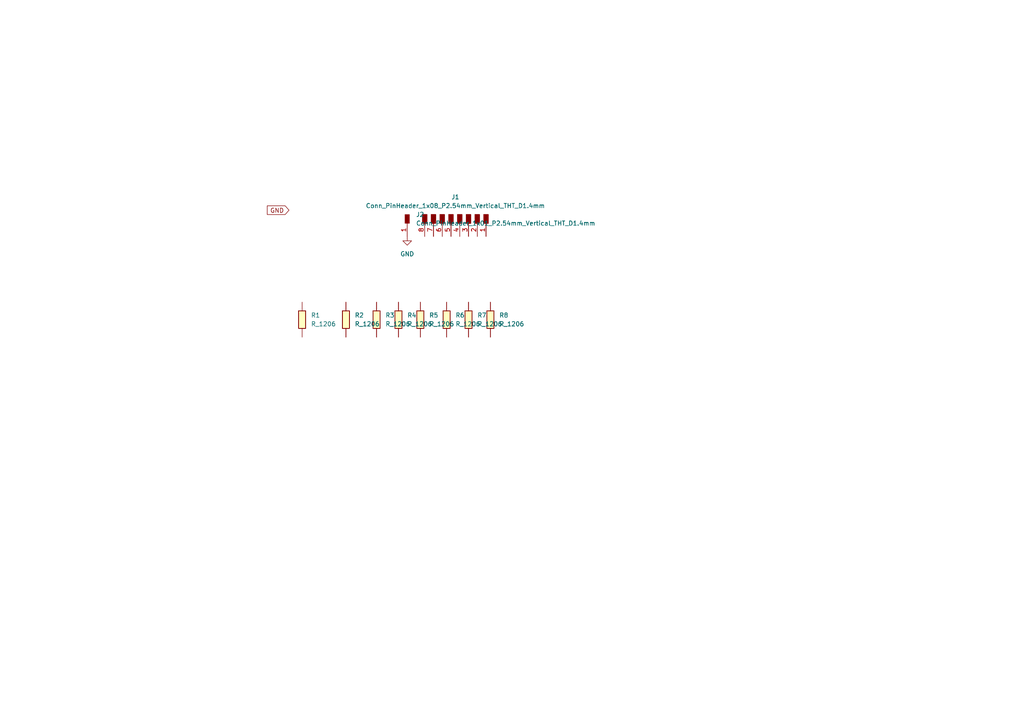
<source format=kicad_sch>
(kicad_sch (version 20231120) (generator "eeschema") (generator_version "8.0")
  (paper "A4")
  (lib_symbols
    (symbol "fab:Conn_PinHeader_1x01_P2.54mm_Vertical_THT_D1.4mm" (pin_names (offset 1.016) hide)
      (property "Reference" "J" (at 0 2.54 0))
      (property "Value" "Conn_PinHeader_1x01_P2.54mm_Vertical_THT_D1.4mm" (at 0 -2.54 0))
      (symbol "Conn_PinHeader_1x01_P2.54mm_Vertical_THT_D1.4mm_1_1"
        (rectangle (start -1.27 0.635) (end 1.27 -0.635) (stroke (width 0.1524)) (fill (type outline)))
        (pin passive line (at 5.08 0 180) (length 3.81) (name "Pin_1") (number "1"))
      )
    )
    (symbol "fab:Conn_PinHeader_1x08_P2.54mm_Vertical_THT_D1.4mm" (pin_names hide)
      (property "Reference" "J" (at 0 10.16 0))
      (property "Value" "Conn_PinHeader_1x08_P2.54mm_Vertical_THT_D1.4mm" (at 0 -12.7 0))
      (symbol "Conn_PinHeader_1x08_P2.54mm_Vertical_THT_D1.4mm_1_1"
        (rectangle (start -1.27 -9.525) (end 1.27 -10.795) (stroke (width 0.254)) (fill (type outline)))
        (rectangle (start -1.27 -6.985) (end 1.27 -8.255) (stroke (width 0.254)) (fill (type outline)))
        (rectangle (start -1.27 -4.445) (end 1.27 -5.715) (stroke (width 0.254)) (fill (type outline)))
        (rectangle (start -1.27 -1.905) (end 1.27 -3.175) (stroke (width 0.254)) (fill (type outline)))
        (rectangle (start -1.27 0.635) (end 1.27 -0.635) (stroke (width 0.254)) (fill (type outline)))
        (rectangle (start -1.27 3.175) (end 1.27 1.905) (stroke (width 0.254)) (fill (type outline)))
        (rectangle (start -1.27 5.715) (end 1.27 4.445) (stroke (width 0.254)) (fill (type outline)))
        (rectangle (start -1.27 8.255) (end 1.27 6.985) (stroke (width 0.254)) (fill (type outline)))
        (pin passive line (at 5.08 7.62 180) (length 3.81) (name "Pin_1") (number "1"))
        (pin passive line (at 5.08 5.08 180) (length 3.81) (name "Pin_2") (number "2"))
        (pin passive line (at 5.08 2.54 180) (length 3.81) (name "Pin_3") (number "3"))
        (pin passive line (at 5.08 0 180) (length 3.81) (name "Pin_4") (number "4"))
        (pin passive line (at 5.08 -2.54 180) (length 3.81) (name "Pin_5") (number "5"))
        (pin passive line (at 5.08 -5.08 180) (length 3.81) (name "Pin_6") (number "6"))
        (pin passive line (at 5.08 -7.62 180) (length 3.81) (name "Pin_7") (number "7"))
        (pin passive line (at 5.08 -10.16 180) (length 3.81) (name "Pin_8") (number "8"))
      )
    )
    (symbol "fab:R_1206" (pin_numbers hide) (pin_names (offset 0))
      (property "Reference" "R" (at 2.54 0 90))
      (property "Value" "R_1206" (at -2.54 0 90))
      (symbol "R_1206_0_1"
        (rectangle (start -1.016 -2.54) (end 1.016 2.54) (stroke (width 0.254)) (fill (type background)))
      )
      (symbol "R_1206_1_1"
        (pin passive line (at 0 5.08 270) (length 2.54) (name "~") (number "1"))
        (pin passive line (at 0 -5.08 90) (length 2.54) (name "~") (number "2"))
      )
    )
    (symbol "power:GND" (power) (pin_numbers hide) (pin_names (offset 0) hide)
      (property "Value" "GND" (at 0 -3.81 0))
      (symbol "GND_0_1"
        (polyline (pts (xy 0 0) (xy 0 -1.27) (xy 1.27 -1.27) (xy 0 -2.54) (xy -1.27 -1.27) (xy 0 -1.27)))
      )
      (symbol "GND_1_1"
        (pin power_in line (at 0 0 270) (length 0) (name "~") (number "1"))
      )
    )
  )
  (global_label "GND" (shape input) (at 83.82 60.96 180) (property "Intersheetrefs" "${INTERSHEET_REFS}" (effects (hide yes))))
  (symbol (lib_id "fab:R_1206") (at 109.22 92.71 0) (unit 1)
    (property "Reference" "R3" (at 111.76 91.4399 0) (effects (justify left)))
    (property "Value" "R_1206" (at 111.76 93.9799 0) (effects (justify left)))
    (property "Footprint" "fab:R_1206" (effects (hide yes)))
    (property "Description" "Resistor" (effects (hide yes)))
  )
  (symbol (lib_id "fab:R_1206") (at 115.57 92.71 0) (unit 1)
    (property "Reference" "R4" (at 118.11 91.4399 0) (effects (justify left)))
    (property "Value" "R_1206" (at 118.11 93.9799 0) (effects (justify left)))
    (property "Footprint" "fab:R_1206" (effects (hide yes)))
    (property "Description" "Resistor" (effects (hide yes)))
  )
  (symbol (lib_id "fab:Conn_PinHeader_1x01_P2.54mm_Vertical_THT_D1.4mm") (at 118.11 63.5 270) (unit 1)
    (property "Reference" "J2" (at 120.65 62.2299 90) (effects (justify left)))
    (property "Value" "Conn_PinHeader_1x01_P2.54mm_Vertical_THT_D1.4mm" (at 120.65 64.7699 90) (effects (justify left)))
    (property "Footprint" "fab:PinHeader_1x01_P2.54mm_Vertical_THT_D1.4mm" (effects (hide yes)))
    (property "Description" "Connector pin header 2.54mm pitch vertical tht" (effects (hide yes)))
  )
  (symbol (lib_id "fab:R_1206") (at 87.63 92.71 0) (unit 1)
    (property "Reference" "R1" (at 90.17 91.4399 0) (effects (justify left)))
    (property "Value" "R_1206" (at 90.17 93.9799 0) (effects (justify left)))
    (property "Footprint" "fab:R_1206" (effects (hide yes)))
    (property "Description" "Resistor" (effects (hide yes)))
  )
  (symbol (lib_id "fab:R_1206") (at 135.89 92.71 0) (unit 1)
    (property "Reference" "R7" (at 138.43 91.4399 0) (effects (justify left)))
    (property "Value" "R_1206" (at 138.43 93.9799 0) (effects (justify left)))
    (property "Footprint" "fab:R_1206" (effects (hide yes)))
    (property "Description" "Resistor" (effects (hide yes)))
  )
  (symbol (lib_id "fab:R_1206") (at 142.24 92.71 0) (unit 1)
    (property "Reference" "R8" (at 144.78 91.4399 0) (effects (justify left)))
    (property "Value" "R_1206" (at 144.78 93.9799 0) (effects (justify left)))
    (property "Footprint" "fab:R_1206" (effects (hide yes)))
    (property "Description" "Resistor" (effects (hide yes)))
  )
  (symbol (lib_id "power:GND") (at 118.11 68.58 0) (unit 1)
    (property "Reference" "#PWR01" (effects (hide yes)))
    (property "Value" "GND" (at 118.11 73.66 0))
    (property "Description" "Power symbol creates a global label with name \"GND\" , ground" (effects (hide yes)))
  )
  (symbol (lib_id "fab:Conn_PinHeader_1x08_P2.54mm_Vertical_THT_D1.4mm") (at 133.35 63.5 270) (unit 1)
    (property "Reference" "J1" (at 132.08 57.15 90))
    (property "Value" "Conn_PinHeader_1x08_P2.54mm_Vertical_THT_D1.4mm" (at 132.08 59.69 90))
    (property "Footprint" "fab:PinHeader_1x08_P2.54mm_Vertical_THT_D1.4mm" (effects (hide yes)))
    (property "Description" "Connector Header Through Hole 8 positions 0.100\" (2.54mm)" (effects (hide yes)))
  )
  (symbol (lib_id "fab:R_1206") (at 129.54 92.71 0) (unit 1)
    (property "Reference" "R6" (at 132.08 91.4399 0) (effects (justify left)))
    (property "Value" "R_1206" (at 132.08 93.9799 0) (effects (justify left)))
    (property "Footprint" "fab:R_1206" (effects (hide yes)))
    (property "Description" "Resistor" (effects (hide yes)))
  )
  (symbol (lib_id "fab:R_1206") (at 121.92 92.71 0) (unit 1)
    (property "Reference" "R5" (at 124.46 91.4399 0) (effects (justify left)))
    (property "Value" "R_1206" (at 124.46 93.9799 0) (effects (justify left)))
    (property "Footprint" "fab:R_1206" (effects (hide yes)))
    (property "Description" "Resistor" (effects (hide yes)))
  )
  (symbol (lib_id "fab:R_1206") (at 100.33 92.71 0) (unit 1)
    (property "Reference" "R2" (at 102.87 91.4399 0) (effects (justify left)))
    (property "Value" "R_1206" (at 102.87 93.9799 0) (effects (justify left)))
    (property "Footprint" "fab:R_1206" (effects (hide yes)))
    (property "Description" "Resistor" (effects (hide yes)))
  )
)
</source>
